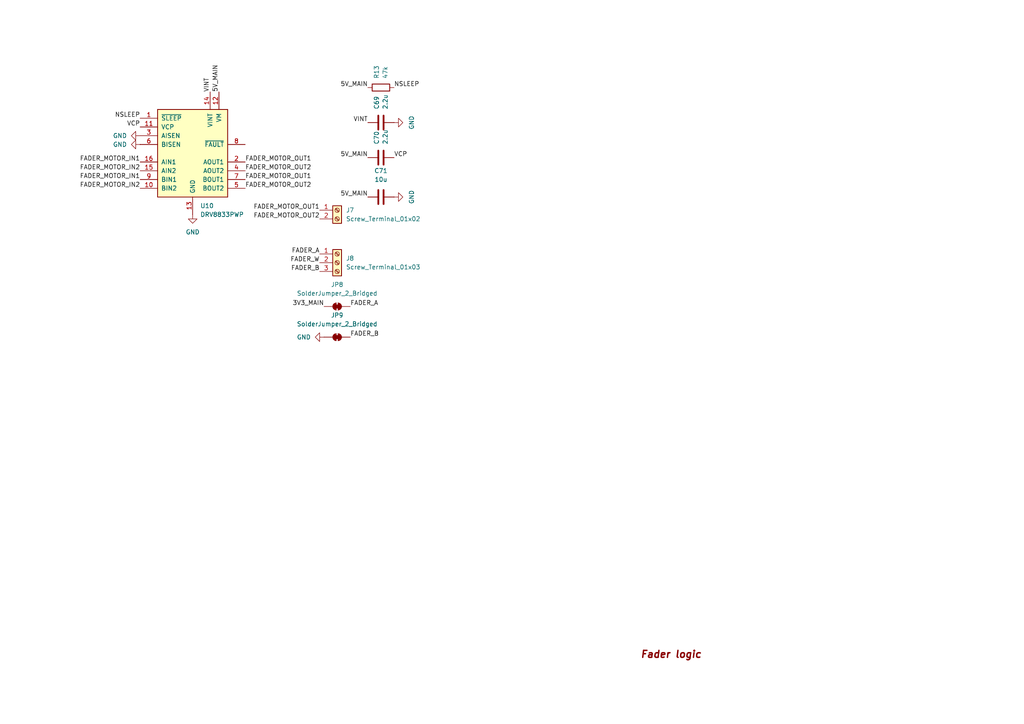
<source format=kicad_sch>
(kicad_sch
	(version 20231120)
	(generator "eeschema")
	(generator_version "8.0")
	(uuid "19f776a5-fc50-49d1-8327-a1769599e880")
	(paper "A4")
	(lib_symbols
		(symbol "Connector:Screw_Terminal_01x02"
			(pin_names
				(offset 1.016) hide)
			(exclude_from_sim no)
			(in_bom yes)
			(on_board yes)
			(property "Reference" "J"
				(at 0 2.54 0)
				(effects
					(font
						(size 1.27 1.27)
					)
				)
			)
			(property "Value" "Screw_Terminal_01x02"
				(at 0 -5.08 0)
				(effects
					(font
						(size 1.27 1.27)
					)
				)
			)
			(property "Footprint" ""
				(at 0 0 0)
				(effects
					(font
						(size 1.27 1.27)
					)
					(hide yes)
				)
			)
			(property "Datasheet" "~"
				(at 0 0 0)
				(effects
					(font
						(size 1.27 1.27)
					)
					(hide yes)
				)
			)
			(property "Description" "Generic screw terminal, single row, 01x02, script generated (kicad-library-utils/schlib/autogen/connector/)"
				(at 0 0 0)
				(effects
					(font
						(size 1.27 1.27)
					)
					(hide yes)
				)
			)
			(property "ki_keywords" "screw terminal"
				(at 0 0 0)
				(effects
					(font
						(size 1.27 1.27)
					)
					(hide yes)
				)
			)
			(property "ki_fp_filters" "TerminalBlock*:*"
				(at 0 0 0)
				(effects
					(font
						(size 1.27 1.27)
					)
					(hide yes)
				)
			)
			(symbol "Screw_Terminal_01x02_1_1"
				(rectangle
					(start -1.27 1.27)
					(end 1.27 -3.81)
					(stroke
						(width 0.254)
						(type default)
					)
					(fill
						(type background)
					)
				)
				(circle
					(center 0 -2.54)
					(radius 0.635)
					(stroke
						(width 0.1524)
						(type default)
					)
					(fill
						(type none)
					)
				)
				(polyline
					(pts
						(xy -0.5334 -2.2098) (xy 0.3302 -3.048)
					)
					(stroke
						(width 0.1524)
						(type default)
					)
					(fill
						(type none)
					)
				)
				(polyline
					(pts
						(xy -0.5334 0.3302) (xy 0.3302 -0.508)
					)
					(stroke
						(width 0.1524)
						(type default)
					)
					(fill
						(type none)
					)
				)
				(polyline
					(pts
						(xy -0.3556 -2.032) (xy 0.508 -2.8702)
					)
					(stroke
						(width 0.1524)
						(type default)
					)
					(fill
						(type none)
					)
				)
				(polyline
					(pts
						(xy -0.3556 0.508) (xy 0.508 -0.3302)
					)
					(stroke
						(width 0.1524)
						(type default)
					)
					(fill
						(type none)
					)
				)
				(circle
					(center 0 0)
					(radius 0.635)
					(stroke
						(width 0.1524)
						(type default)
					)
					(fill
						(type none)
					)
				)
				(pin passive line
					(at -5.08 0 0)
					(length 3.81)
					(name "Pin_1"
						(effects
							(font
								(size 1.27 1.27)
							)
						)
					)
					(number "1"
						(effects
							(font
								(size 1.27 1.27)
							)
						)
					)
				)
				(pin passive line
					(at -5.08 -2.54 0)
					(length 3.81)
					(name "Pin_2"
						(effects
							(font
								(size 1.27 1.27)
							)
						)
					)
					(number "2"
						(effects
							(font
								(size 1.27 1.27)
							)
						)
					)
				)
			)
		)
		(symbol "Connector:Screw_Terminal_01x03"
			(pin_names
				(offset 1.016) hide)
			(exclude_from_sim no)
			(in_bom yes)
			(on_board yes)
			(property "Reference" "J"
				(at 0 5.08 0)
				(effects
					(font
						(size 1.27 1.27)
					)
				)
			)
			(property "Value" "Screw_Terminal_01x03"
				(at 0 -5.08 0)
				(effects
					(font
						(size 1.27 1.27)
					)
				)
			)
			(property "Footprint" ""
				(at 0 0 0)
				(effects
					(font
						(size 1.27 1.27)
					)
					(hide yes)
				)
			)
			(property "Datasheet" "~"
				(at 0 0 0)
				(effects
					(font
						(size 1.27 1.27)
					)
					(hide yes)
				)
			)
			(property "Description" "Generic screw terminal, single row, 01x03, script generated (kicad-library-utils/schlib/autogen/connector/)"
				(at 0 0 0)
				(effects
					(font
						(size 1.27 1.27)
					)
					(hide yes)
				)
			)
			(property "ki_keywords" "screw terminal"
				(at 0 0 0)
				(effects
					(font
						(size 1.27 1.27)
					)
					(hide yes)
				)
			)
			(property "ki_fp_filters" "TerminalBlock*:*"
				(at 0 0 0)
				(effects
					(font
						(size 1.27 1.27)
					)
					(hide yes)
				)
			)
			(symbol "Screw_Terminal_01x03_1_1"
				(rectangle
					(start -1.27 3.81)
					(end 1.27 -3.81)
					(stroke
						(width 0.254)
						(type default)
					)
					(fill
						(type background)
					)
				)
				(circle
					(center 0 -2.54)
					(radius 0.635)
					(stroke
						(width 0.1524)
						(type default)
					)
					(fill
						(type none)
					)
				)
				(polyline
					(pts
						(xy -0.5334 -2.2098) (xy 0.3302 -3.048)
					)
					(stroke
						(width 0.1524)
						(type default)
					)
					(fill
						(type none)
					)
				)
				(polyline
					(pts
						(xy -0.5334 0.3302) (xy 0.3302 -0.508)
					)
					(stroke
						(width 0.1524)
						(type default)
					)
					(fill
						(type none)
					)
				)
				(polyline
					(pts
						(xy -0.5334 2.8702) (xy 0.3302 2.032)
					)
					(stroke
						(width 0.1524)
						(type default)
					)
					(fill
						(type none)
					)
				)
				(polyline
					(pts
						(xy -0.3556 -2.032) (xy 0.508 -2.8702)
					)
					(stroke
						(width 0.1524)
						(type default)
					)
					(fill
						(type none)
					)
				)
				(polyline
					(pts
						(xy -0.3556 0.508) (xy 0.508 -0.3302)
					)
					(stroke
						(width 0.1524)
						(type default)
					)
					(fill
						(type none)
					)
				)
				(polyline
					(pts
						(xy -0.3556 3.048) (xy 0.508 2.2098)
					)
					(stroke
						(width 0.1524)
						(type default)
					)
					(fill
						(type none)
					)
				)
				(circle
					(center 0 0)
					(radius 0.635)
					(stroke
						(width 0.1524)
						(type default)
					)
					(fill
						(type none)
					)
				)
				(circle
					(center 0 2.54)
					(radius 0.635)
					(stroke
						(width 0.1524)
						(type default)
					)
					(fill
						(type none)
					)
				)
				(pin passive line
					(at -5.08 2.54 0)
					(length 3.81)
					(name "Pin_1"
						(effects
							(font
								(size 1.27 1.27)
							)
						)
					)
					(number "1"
						(effects
							(font
								(size 1.27 1.27)
							)
						)
					)
				)
				(pin passive line
					(at -5.08 0 0)
					(length 3.81)
					(name "Pin_2"
						(effects
							(font
								(size 1.27 1.27)
							)
						)
					)
					(number "2"
						(effects
							(font
								(size 1.27 1.27)
							)
						)
					)
				)
				(pin passive line
					(at -5.08 -2.54 0)
					(length 3.81)
					(name "Pin_3"
						(effects
							(font
								(size 1.27 1.27)
							)
						)
					)
					(number "3"
						(effects
							(font
								(size 1.27 1.27)
							)
						)
					)
				)
			)
		)
		(symbol "Device:C"
			(pin_numbers hide)
			(pin_names
				(offset 0.254)
			)
			(exclude_from_sim no)
			(in_bom yes)
			(on_board yes)
			(property "Reference" "C"
				(at 0.635 2.54 0)
				(effects
					(font
						(size 1.27 1.27)
					)
					(justify left)
				)
			)
			(property "Value" "C"
				(at 0.635 -2.54 0)
				(effects
					(font
						(size 1.27 1.27)
					)
					(justify left)
				)
			)
			(property "Footprint" ""
				(at 0.9652 -3.81 0)
				(effects
					(font
						(size 1.27 1.27)
					)
					(hide yes)
				)
			)
			(property "Datasheet" "~"
				(at 0 0 0)
				(effects
					(font
						(size 1.27 1.27)
					)
					(hide yes)
				)
			)
			(property "Description" "Unpolarized capacitor"
				(at 0 0 0)
				(effects
					(font
						(size 1.27 1.27)
					)
					(hide yes)
				)
			)
			(property "ki_keywords" "cap capacitor"
				(at 0 0 0)
				(effects
					(font
						(size 1.27 1.27)
					)
					(hide yes)
				)
			)
			(property "ki_fp_filters" "C_*"
				(at 0 0 0)
				(effects
					(font
						(size 1.27 1.27)
					)
					(hide yes)
				)
			)
			(symbol "C_0_1"
				(polyline
					(pts
						(xy -2.032 -0.762) (xy 2.032 -0.762)
					)
					(stroke
						(width 0.508)
						(type default)
					)
					(fill
						(type none)
					)
				)
				(polyline
					(pts
						(xy -2.032 0.762) (xy 2.032 0.762)
					)
					(stroke
						(width 0.508)
						(type default)
					)
					(fill
						(type none)
					)
				)
			)
			(symbol "C_1_1"
				(pin passive line
					(at 0 3.81 270)
					(length 2.794)
					(name "~"
						(effects
							(font
								(size 1.27 1.27)
							)
						)
					)
					(number "1"
						(effects
							(font
								(size 1.27 1.27)
							)
						)
					)
				)
				(pin passive line
					(at 0 -3.81 90)
					(length 2.794)
					(name "~"
						(effects
							(font
								(size 1.27 1.27)
							)
						)
					)
					(number "2"
						(effects
							(font
								(size 1.27 1.27)
							)
						)
					)
				)
			)
		)
		(symbol "Device:R"
			(pin_numbers hide)
			(pin_names
				(offset 0)
			)
			(exclude_from_sim no)
			(in_bom yes)
			(on_board yes)
			(property "Reference" "R"
				(at 2.032 0 90)
				(effects
					(font
						(size 1.27 1.27)
					)
				)
			)
			(property "Value" "R"
				(at 0 0 90)
				(effects
					(font
						(size 1.27 1.27)
					)
				)
			)
			(property "Footprint" ""
				(at -1.778 0 90)
				(effects
					(font
						(size 1.27 1.27)
					)
					(hide yes)
				)
			)
			(property "Datasheet" "~"
				(at 0 0 0)
				(effects
					(font
						(size 1.27 1.27)
					)
					(hide yes)
				)
			)
			(property "Description" "Resistor"
				(at 0 0 0)
				(effects
					(font
						(size 1.27 1.27)
					)
					(hide yes)
				)
			)
			(property "ki_keywords" "R res resistor"
				(at 0 0 0)
				(effects
					(font
						(size 1.27 1.27)
					)
					(hide yes)
				)
			)
			(property "ki_fp_filters" "R_*"
				(at 0 0 0)
				(effects
					(font
						(size 1.27 1.27)
					)
					(hide yes)
				)
			)
			(symbol "R_0_1"
				(rectangle
					(start -1.016 -2.54)
					(end 1.016 2.54)
					(stroke
						(width 0.254)
						(type default)
					)
					(fill
						(type none)
					)
				)
			)
			(symbol "R_1_1"
				(pin passive line
					(at 0 3.81 270)
					(length 1.27)
					(name "~"
						(effects
							(font
								(size 1.27 1.27)
							)
						)
					)
					(number "1"
						(effects
							(font
								(size 1.27 1.27)
							)
						)
					)
				)
				(pin passive line
					(at 0 -3.81 90)
					(length 1.27)
					(name "~"
						(effects
							(font
								(size 1.27 1.27)
							)
						)
					)
					(number "2"
						(effects
							(font
								(size 1.27 1.27)
							)
						)
					)
				)
			)
		)
		(symbol "Driver_Motor:DRV8833PWP"
			(pin_names
				(offset 1.016)
			)
			(exclude_from_sim no)
			(in_bom yes)
			(on_board yes)
			(property "Reference" "U"
				(at -3.81 16.51 0)
				(effects
					(font
						(size 1.27 1.27)
					)
				)
			)
			(property "Value" "DRV8833PWP"
				(at -3.81 13.97 0)
				(effects
					(font
						(size 1.27 1.27)
					)
				)
			)
			(property "Footprint" "Package_SO:HTSSOP-16-1EP_4.4x5mm_P0.65mm_EP3.4x5mm_Mask2.46x2.31mm_ThermalVias"
				(at 5.08 -15.24 0)
				(effects
					(font
						(size 1.27 1.27)
					)
					(justify left)
					(hide yes)
				)
			)
			(property "Datasheet" "http://www.ti.com/lit/ds/symlink/drv8833.pdf"
				(at 5.08 -17.78 0)
				(effects
					(font
						(size 1.27 1.27)
					)
					(justify left)
					(hide yes)
				)
			)
			(property "Description" "Dual H-Bridge Motor Driver, HTSSOP-16"
				(at 0 0 0)
				(effects
					(font
						(size 1.27 1.27)
					)
					(hide yes)
				)
			)
			(property "ki_keywords" "H-bridge motor driver"
				(at 0 0 0)
				(effects
					(font
						(size 1.27 1.27)
					)
					(hide yes)
				)
			)
			(property "ki_fp_filters" "HTSSOP-16-1EP*4.4x5mm*P0.65mm*"
				(at 0 0 0)
				(effects
					(font
						(size 1.27 1.27)
					)
					(hide yes)
				)
			)
			(symbol "DRV8833PWP_0_1"
				(rectangle
					(start -10.16 12.7)
					(end 10.16 -12.7)
					(stroke
						(width 0.254)
						(type default)
					)
					(fill
						(type background)
					)
				)
			)
			(symbol "DRV8833PWP_1_1"
				(pin input line
					(at -15.24 10.16 0)
					(length 5.08)
					(name "~{SLEEP}"
						(effects
							(font
								(size 1.27 1.27)
							)
						)
					)
					(number "1"
						(effects
							(font
								(size 1.27 1.27)
							)
						)
					)
				)
				(pin input line
					(at -15.24 -10.16 0)
					(length 5.08)
					(name "BIN2"
						(effects
							(font
								(size 1.27 1.27)
							)
						)
					)
					(number "10"
						(effects
							(font
								(size 1.27 1.27)
							)
						)
					)
				)
				(pin bidirectional line
					(at -15.24 7.62 0)
					(length 5.08)
					(name "VCP"
						(effects
							(font
								(size 1.27 1.27)
							)
						)
					)
					(number "11"
						(effects
							(font
								(size 1.27 1.27)
							)
						)
					)
				)
				(pin power_in line
					(at 7.62 17.78 270)
					(length 5.08)
					(name "VM"
						(effects
							(font
								(size 1.27 1.27)
							)
						)
					)
					(number "12"
						(effects
							(font
								(size 1.27 1.27)
							)
						)
					)
				)
				(pin power_in line
					(at 0 -17.78 90)
					(length 5.08)
					(name "GND"
						(effects
							(font
								(size 1.27 1.27)
							)
						)
					)
					(number "13"
						(effects
							(font
								(size 1.27 1.27)
							)
						)
					)
				)
				(pin power_in line
					(at 5.08 17.78 270)
					(length 5.08)
					(name "VINT"
						(effects
							(font
								(size 1.27 1.27)
							)
						)
					)
					(number "14"
						(effects
							(font
								(size 1.27 1.27)
							)
						)
					)
				)
				(pin input line
					(at -15.24 -5.08 0)
					(length 5.08)
					(name "AIN2"
						(effects
							(font
								(size 1.27 1.27)
							)
						)
					)
					(number "15"
						(effects
							(font
								(size 1.27 1.27)
							)
						)
					)
				)
				(pin input line
					(at -15.24 -2.54 0)
					(length 5.08)
					(name "AIN1"
						(effects
							(font
								(size 1.27 1.27)
							)
						)
					)
					(number "16"
						(effects
							(font
								(size 1.27 1.27)
							)
						)
					)
				)
				(pin passive line
					(at 0 -17.78 90)
					(length 5.08) hide
					(name "GND"
						(effects
							(font
								(size 1.27 1.27)
							)
						)
					)
					(number "17"
						(effects
							(font
								(size 1.27 1.27)
							)
						)
					)
				)
				(pin power_out line
					(at 15.24 -2.54 180)
					(length 5.08)
					(name "AOUT1"
						(effects
							(font
								(size 1.27 1.27)
							)
						)
					)
					(number "2"
						(effects
							(font
								(size 1.27 1.27)
							)
						)
					)
				)
				(pin bidirectional line
					(at -15.24 5.08 0)
					(length 5.08)
					(name "AISEN"
						(effects
							(font
								(size 1.27 1.27)
							)
						)
					)
					(number "3"
						(effects
							(font
								(size 1.27 1.27)
							)
						)
					)
				)
				(pin power_out line
					(at 15.24 -5.08 180)
					(length 5.08)
					(name "AOUT2"
						(effects
							(font
								(size 1.27 1.27)
							)
						)
					)
					(number "4"
						(effects
							(font
								(size 1.27 1.27)
							)
						)
					)
				)
				(pin power_out line
					(at 15.24 -10.16 180)
					(length 5.08)
					(name "BOUT2"
						(effects
							(font
								(size 1.27 1.27)
							)
						)
					)
					(number "5"
						(effects
							(font
								(size 1.27 1.27)
							)
						)
					)
				)
				(pin bidirectional line
					(at -15.24 2.54 0)
					(length 5.08)
					(name "BISEN"
						(effects
							(font
								(size 1.27 1.27)
							)
						)
					)
					(number "6"
						(effects
							(font
								(size 1.27 1.27)
							)
						)
					)
				)
				(pin power_out line
					(at 15.24 -7.62 180)
					(length 5.08)
					(name "BOUT1"
						(effects
							(font
								(size 1.27 1.27)
							)
						)
					)
					(number "7"
						(effects
							(font
								(size 1.27 1.27)
							)
						)
					)
				)
				(pin open_collector line
					(at 15.24 2.54 180)
					(length 5.08)
					(name "~{FAULT}"
						(effects
							(font
								(size 1.27 1.27)
							)
						)
					)
					(number "8"
						(effects
							(font
								(size 1.27 1.27)
							)
						)
					)
				)
				(pin input line
					(at -15.24 -7.62 0)
					(length 5.08)
					(name "BIN1"
						(effects
							(font
								(size 1.27 1.27)
							)
						)
					)
					(number "9"
						(effects
							(font
								(size 1.27 1.27)
							)
						)
					)
				)
			)
		)
		(symbol "Jumper:SolderJumper_2_Bridged"
			(pin_numbers hide)
			(pin_names
				(offset 0) hide)
			(exclude_from_sim yes)
			(in_bom no)
			(on_board yes)
			(property "Reference" "JP"
				(at 0 2.032 0)
				(effects
					(font
						(size 1.27 1.27)
					)
				)
			)
			(property "Value" "SolderJumper_2_Bridged"
				(at 0 -2.54 0)
				(effects
					(font
						(size 1.27 1.27)
					)
				)
			)
			(property "Footprint" ""
				(at 0 0 0)
				(effects
					(font
						(size 1.27 1.27)
					)
					(hide yes)
				)
			)
			(property "Datasheet" "~"
				(at 0 0 0)
				(effects
					(font
						(size 1.27 1.27)
					)
					(hide yes)
				)
			)
			(property "Description" "Solder Jumper, 2-pole, closed/bridged"
				(at 0 0 0)
				(effects
					(font
						(size 1.27 1.27)
					)
					(hide yes)
				)
			)
			(property "ki_keywords" "solder jumper SPST"
				(at 0 0 0)
				(effects
					(font
						(size 1.27 1.27)
					)
					(hide yes)
				)
			)
			(property "ki_fp_filters" "SolderJumper*Bridged*"
				(at 0 0 0)
				(effects
					(font
						(size 1.27 1.27)
					)
					(hide yes)
				)
			)
			(symbol "SolderJumper_2_Bridged_0_1"
				(rectangle
					(start -0.508 0.508)
					(end 0.508 -0.508)
					(stroke
						(width 0)
						(type default)
					)
					(fill
						(type outline)
					)
				)
				(arc
					(start -0.254 1.016)
					(mid -1.2656 0)
					(end -0.254 -1.016)
					(stroke
						(width 0)
						(type default)
					)
					(fill
						(type none)
					)
				)
				(arc
					(start -0.254 1.016)
					(mid -1.2656 0)
					(end -0.254 -1.016)
					(stroke
						(width 0)
						(type default)
					)
					(fill
						(type outline)
					)
				)
				(polyline
					(pts
						(xy -0.254 1.016) (xy -0.254 -1.016)
					)
					(stroke
						(width 0)
						(type default)
					)
					(fill
						(type none)
					)
				)
				(polyline
					(pts
						(xy 0.254 1.016) (xy 0.254 -1.016)
					)
					(stroke
						(width 0)
						(type default)
					)
					(fill
						(type none)
					)
				)
				(arc
					(start 0.254 -1.016)
					(mid 1.2656 0)
					(end 0.254 1.016)
					(stroke
						(width 0)
						(type default)
					)
					(fill
						(type none)
					)
				)
				(arc
					(start 0.254 -1.016)
					(mid 1.2656 0)
					(end 0.254 1.016)
					(stroke
						(width 0)
						(type default)
					)
					(fill
						(type outline)
					)
				)
			)
			(symbol "SolderJumper_2_Bridged_1_1"
				(pin passive line
					(at -3.81 0 0)
					(length 2.54)
					(name "A"
						(effects
							(font
								(size 1.27 1.27)
							)
						)
					)
					(number "1"
						(effects
							(font
								(size 1.27 1.27)
							)
						)
					)
				)
				(pin passive line
					(at 3.81 0 180)
					(length 2.54)
					(name "B"
						(effects
							(font
								(size 1.27 1.27)
							)
						)
					)
					(number "2"
						(effects
							(font
								(size 1.27 1.27)
							)
						)
					)
				)
			)
		)
		(symbol "power:GND"
			(power)
			(pin_numbers hide)
			(pin_names
				(offset 0) hide)
			(exclude_from_sim no)
			(in_bom yes)
			(on_board yes)
			(property "Reference" "#PWR"
				(at 0 -6.35 0)
				(effects
					(font
						(size 1.27 1.27)
					)
					(hide yes)
				)
			)
			(property "Value" "GND"
				(at 0 -3.81 0)
				(effects
					(font
						(size 1.27 1.27)
					)
				)
			)
			(property "Footprint" ""
				(at 0 0 0)
				(effects
					(font
						(size 1.27 1.27)
					)
					(hide yes)
				)
			)
			(property "Datasheet" ""
				(at 0 0 0)
				(effects
					(font
						(size 1.27 1.27)
					)
					(hide yes)
				)
			)
			(property "Description" "Power symbol creates a global label with name \"GND\" , ground"
				(at 0 0 0)
				(effects
					(font
						(size 1.27 1.27)
					)
					(hide yes)
				)
			)
			(property "ki_keywords" "global power"
				(at 0 0 0)
				(effects
					(font
						(size 1.27 1.27)
					)
					(hide yes)
				)
			)
			(symbol "GND_0_1"
				(polyline
					(pts
						(xy 0 0) (xy 0 -1.27) (xy 1.27 -1.27) (xy 0 -2.54) (xy -1.27 -1.27) (xy 0 -1.27)
					)
					(stroke
						(width 0)
						(type default)
					)
					(fill
						(type none)
					)
				)
			)
			(symbol "GND_1_1"
				(pin power_in line
					(at 0 0 270)
					(length 0)
					(name "~"
						(effects
							(font
								(size 1.27 1.27)
							)
						)
					)
					(number "1"
						(effects
							(font
								(size 1.27 1.27)
							)
						)
					)
				)
			)
		)
	)
	(text "Fader logic"
		(exclude_from_sim no)
		(at 185.674 189.992 0)
		(effects
			(font
				(size 2.032 2.032)
				(thickness 0.4064)
				(bold yes)
				(italic yes)
				(color 132 0 0 1)
			)
			(justify left)
		)
		(uuid "4c654837-1007-4a6f-83aa-6aa8f106a88d")
	)
	(label "VCP"
		(at 114.3 45.72 0)
		(fields_autoplaced yes)
		(effects
			(font
				(size 1.27 1.27)
			)
			(justify left bottom)
		)
		(uuid "1d146d9a-4cb5-42c8-8821-bee47086001f")
	)
	(label "VINT"
		(at 60.96 26.67 90)
		(fields_autoplaced yes)
		(effects
			(font
				(size 1.27 1.27)
			)
			(justify left bottom)
		)
		(uuid "24aa721a-75ed-46cc-b6e2-b676ae05c4de")
	)
	(label "NSLEEP"
		(at 114.3 25.4 0)
		(fields_autoplaced yes)
		(effects
			(font
				(size 1.27 1.27)
			)
			(justify left bottom)
		)
		(uuid "26aa409a-f3f2-4946-b4f5-b71f2d86617f")
	)
	(label "FADER_W"
		(at 92.71 76.2 180)
		(fields_autoplaced yes)
		(effects
			(font
				(size 1.27 1.27)
			)
			(justify right bottom)
		)
		(uuid "27629759-fba4-456e-9e04-9e2384d69185")
	)
	(label "FADER_A"
		(at 101.6 88.9 0)
		(fields_autoplaced yes)
		(effects
			(font
				(size 1.27 1.27)
			)
			(justify left bottom)
		)
		(uuid "30cb29b9-8540-4887-ac44-2798301a4bcb")
	)
	(label "FADER_B"
		(at 101.6 97.79 0)
		(fields_autoplaced yes)
		(effects
			(font
				(size 1.27 1.27)
			)
			(justify left bottom)
		)
		(uuid "3cef621c-c6ca-40bf-b954-4bf065bca9c7")
	)
	(label "5V_MAIN"
		(at 106.68 57.15 180)
		(fields_autoplaced yes)
		(effects
			(font
				(size 1.27 1.27)
			)
			(justify right bottom)
		)
		(uuid "3e5d0c06-eda0-45c1-9b9b-d252ce288266")
	)
	(label "FADER_MOTOR_OUT1"
		(at 92.71 60.96 180)
		(fields_autoplaced yes)
		(effects
			(font
				(size 1.27 1.27)
			)
			(justify right bottom)
		)
		(uuid "3ed33dac-ec3b-4822-86cb-1c264331434f")
	)
	(label "5V_MAIN"
		(at 63.5 26.67 90)
		(fields_autoplaced yes)
		(effects
			(font
				(size 1.27 1.27)
			)
			(justify left bottom)
		)
		(uuid "3faf00cc-a66c-43f8-a97d-380859f71258")
	)
	(label "FADER_MOTOR_OUT2"
		(at 92.71 63.5 180)
		(fields_autoplaced yes)
		(effects
			(font
				(size 1.27 1.27)
			)
			(justify right bottom)
		)
		(uuid "4ad42b89-8e1a-476f-8d75-f1b8cf69c262")
	)
	(label "FADER_B"
		(at 92.71 78.74 180)
		(fields_autoplaced yes)
		(effects
			(font
				(size 1.27 1.27)
			)
			(justify right bottom)
		)
		(uuid "4f8e95a0-bdf7-4a67-9f04-8790759a4a0f")
	)
	(label "FADER_MOTOR_IN1"
		(at 40.64 52.07 180)
		(fields_autoplaced yes)
		(effects
			(font
				(size 1.27 1.27)
			)
			(justify right bottom)
		)
		(uuid "5883dabc-cccf-4b62-9277-12688bc29df6")
	)
	(label "VCP"
		(at 40.64 36.83 180)
		(fields_autoplaced yes)
		(effects
			(font
				(size 1.27 1.27)
			)
			(justify right bottom)
		)
		(uuid "77f48ff5-b5cb-4da3-9340-c164b1324a34")
	)
	(label "FADER_MOTOR_OUT2"
		(at 71.12 54.61 0)
		(fields_autoplaced yes)
		(effects
			(font
				(size 1.27 1.27)
			)
			(justify left bottom)
		)
		(uuid "7eb0e41c-2db4-4ed5-afe6-5322b7daecb4")
	)
	(label "3V3_MAIN"
		(at 93.98 88.9 180)
		(fields_autoplaced yes)
		(effects
			(font
				(size 1.27 1.27)
			)
			(justify right bottom)
		)
		(uuid "873ac44c-42b4-45b7-aa79-2dfd89229c00")
	)
	(label "5V_MAIN"
		(at 106.68 25.4 180)
		(fields_autoplaced yes)
		(effects
			(font
				(size 1.27 1.27)
			)
			(justify right bottom)
		)
		(uuid "94a332ff-e211-46f5-a7b5-cc4822a1d38e")
	)
	(label "5V_MAIN"
		(at 106.68 45.72 180)
		(fields_autoplaced yes)
		(effects
			(font
				(size 1.27 1.27)
			)
			(justify right bottom)
		)
		(uuid "b3ca39e0-641e-40f4-adb4-30c70a5f6d3f")
	)
	(label "FADER_A"
		(at 92.71 73.66 180)
		(fields_autoplaced yes)
		(effects
			(font
				(size 1.27 1.27)
			)
			(justify right bottom)
		)
		(uuid "b7a5c8a4-b511-4504-b708-1f56cadb0223")
	)
	(label "FADER_MOTOR_IN2"
		(at 40.64 54.61 180)
		(fields_autoplaced yes)
		(effects
			(font
				(size 1.27 1.27)
			)
			(justify right bottom)
		)
		(uuid "cd41d9cd-8967-4828-bb97-8eb35beb7db4")
	)
	(label "FADER_MOTOR_IN2"
		(at 40.64 49.53 180)
		(fields_autoplaced yes)
		(effects
			(font
				(size 1.27 1.27)
			)
			(justify right bottom)
		)
		(uuid "d23039c6-a647-4d32-a0ab-0dfd234b3858")
	)
	(label "FADER_MOTOR_OUT1"
		(at 71.12 46.99 0)
		(fields_autoplaced yes)
		(effects
			(font
				(size 1.27 1.27)
			)
			(justify left bottom)
		)
		(uuid "e26585fc-0af7-47e7-a0ee-a9aa6377c943")
	)
	(label "VINT"
		(at 106.68 35.56 180)
		(fields_autoplaced yes)
		(effects
			(font
				(size 1.27 1.27)
			)
			(justify right bottom)
		)
		(uuid "e3227472-4ce5-4944-9ba1-a1911b98cfbe")
	)
	(label "FADER_MOTOR_OUT1"
		(at 71.12 52.07 0)
		(fields_autoplaced yes)
		(effects
			(font
				(size 1.27 1.27)
			)
			(justify left bottom)
		)
		(uuid "ec5c0346-d35f-46bd-a473-a4fef0aab54b")
	)
	(label "NSLEEP"
		(at 40.64 34.29 180)
		(fields_autoplaced yes)
		(effects
			(font
				(size 1.27 1.27)
			)
			(justify right bottom)
		)
		(uuid "ecc3eb64-8207-49c9-a42e-c7a1af2b06d9")
	)
	(label "FADER_MOTOR_OUT2"
		(at 71.12 49.53 0)
		(fields_autoplaced yes)
		(effects
			(font
				(size 1.27 1.27)
			)
			(justify left bottom)
		)
		(uuid "f092cd6b-fd71-40d7-a55d-3b5ec656f0c9")
	)
	(label "FADER_MOTOR_IN1"
		(at 40.64 46.99 180)
		(fields_autoplaced yes)
		(effects
			(font
				(size 1.27 1.27)
			)
			(justify right bottom)
		)
		(uuid "f5f3556d-8a5f-402e-84ab-bad52da747d2")
	)
	(symbol
		(lib_id "Driver_Motor:DRV8833PWP")
		(at 55.88 44.45 0)
		(unit 1)
		(exclude_from_sim no)
		(in_bom yes)
		(on_board yes)
		(dnp no)
		(fields_autoplaced yes)
		(uuid "040019b3-5bd0-4c26-a2bc-a038168b710d")
		(property "Reference" "U10"
			(at 58.0741 59.69 0)
			(effects
				(font
					(size 1.27 1.27)
				)
				(justify left)
			)
		)
		(property "Value" "DRV8833PWP"
			(at 58.0741 62.23 0)
			(effects
				(font
					(size 1.27 1.27)
				)
				(justify left)
			)
		)
		(property "Footprint" "Package_SO:HTSSOP-16-1EP_4.4x5mm_P0.65mm_EP3.4x5mm_Mask2.46x2.31mm_ThermalVias"
			(at 60.96 59.69 0)
			(effects
				(font
					(size 1.27 1.27)
				)
				(justify left)
				(hide yes)
			)
		)
		(property "Datasheet" "http://www.ti.com/lit/ds/symlink/drv8833.pdf"
			(at 60.96 62.23 0)
			(effects
				(font
					(size 1.27 1.27)
				)
				(justify left)
				(hide yes)
			)
		)
		(property "Description" "Dual H-Bridge Motor Driver, HTSSOP-16"
			(at 55.88 44.45 0)
			(effects
				(font
					(size 1.27 1.27)
				)
				(hide yes)
			)
		)
		(pin "4"
			(uuid "3ddaa342-c699-40c6-83db-9cc4c83eb4c8")
		)
		(pin "7"
			(uuid "231d9004-be00-42ff-bda6-e720467f226e")
		)
		(pin "14"
			(uuid "8a396de2-779f-4d3b-adf9-381ab78aa063")
		)
		(pin "8"
			(uuid "1bfec6ef-0186-4a0a-a69c-03323b651905")
		)
		(pin "5"
			(uuid "8a7a435e-6e7d-4454-bb56-bd1556b0e692")
		)
		(pin "6"
			(uuid "3f80899e-45c0-4107-83e7-55a7dadec116")
		)
		(pin "12"
			(uuid "ab9fb13f-5406-48c6-a4ce-e4ab24fc7a49")
		)
		(pin "13"
			(uuid "3cf93131-15fa-47c6-99b4-a5ca38a6cf48")
		)
		(pin "3"
			(uuid "986a8fa6-59e4-416e-bff0-6d12845fdabd")
		)
		(pin "10"
			(uuid "e21f0662-e5b8-4ff3-a3f4-4f61ee209051")
		)
		(pin "15"
			(uuid "f7816c1e-a75e-42b8-8894-6b0d666a05d8")
		)
		(pin "2"
			(uuid "06db7d57-f129-4685-b66a-764b0aa45822")
		)
		(pin "1"
			(uuid "f59b0727-9868-491c-bcb6-a2282eaa4805")
		)
		(pin "17"
			(uuid "92ca0854-6925-44d1-a33d-8c4210c06c1c")
		)
		(pin "11"
			(uuid "ff4fead5-08bd-4932-ad07-f9a86f5fecc3")
		)
		(pin "16"
			(uuid "b92be494-8b08-4070-bc54-f4e675b05c87")
		)
		(pin "9"
			(uuid "9f468be5-9d3f-4bd7-854d-b8731f4c88c9")
		)
		(instances
			(project "ModuMixer X16"
				(path "/1d80c8ed-e175-4f30-b143-8bf97252529d/9cb4a910-e6cc-4057-93b6-8f2942eae9a7"
					(reference "U10")
					(unit 1)
				)
			)
		)
	)
	(symbol
		(lib_id "power:GND")
		(at 55.88 62.23 0)
		(unit 1)
		(exclude_from_sim no)
		(in_bom yes)
		(on_board yes)
		(dnp no)
		(fields_autoplaced yes)
		(uuid "26714748-40d0-4947-b2df-f4c7ffae53da")
		(property "Reference" "#PWR097"
			(at 55.88 68.58 0)
			(effects
				(font
					(size 1.27 1.27)
				)
				(hide yes)
			)
		)
		(property "Value" "GND"
			(at 55.88 67.31 0)
			(effects
				(font
					(size 1.27 1.27)
				)
			)
		)
		(property "Footprint" ""
			(at 55.88 62.23 0)
			(effects
				(font
					(size 1.27 1.27)
				)
				(hide yes)
			)
		)
		(property "Datasheet" ""
			(at 55.88 62.23 0)
			(effects
				(font
					(size 1.27 1.27)
				)
				(hide yes)
			)
		)
		(property "Description" "Power symbol creates a global label with name \"GND\" , ground"
			(at 55.88 62.23 0)
			(effects
				(font
					(size 1.27 1.27)
				)
				(hide yes)
			)
		)
		(pin "1"
			(uuid "a5bebacf-1027-4feb-9899-d5410915a39f")
		)
		(instances
			(project "ModuMixer X16"
				(path "/1d80c8ed-e175-4f30-b143-8bf97252529d/9cb4a910-e6cc-4057-93b6-8f2942eae9a7"
					(reference "#PWR097")
					(unit 1)
				)
			)
		)
	)
	(symbol
		(lib_id "Device:R")
		(at 110.49 25.4 90)
		(unit 1)
		(exclude_from_sim no)
		(in_bom yes)
		(on_board yes)
		(dnp no)
		(fields_autoplaced yes)
		(uuid "26d356b6-2a04-43b3-9227-6ec5c8847795")
		(property "Reference" "R13"
			(at 109.2199 22.86 0)
			(effects
				(font
					(size 1.27 1.27)
				)
				(justify left)
			)
		)
		(property "Value" "47k"
			(at 111.7599 22.86 0)
			(effects
				(font
					(size 1.27 1.27)
				)
				(justify left)
			)
		)
		(property "Footprint" "Resistor_SMD:R_0603_1608Metric"
			(at 110.49 27.178 90)
			(effects
				(font
					(size 1.27 1.27)
				)
				(hide yes)
			)
		)
		(property "Datasheet" "~"
			(at 110.49 25.4 0)
			(effects
				(font
					(size 1.27 1.27)
				)
				(hide yes)
			)
		)
		(property "Description" "Resistor"
			(at 110.49 25.4 0)
			(effects
				(font
					(size 1.27 1.27)
				)
				(hide yes)
			)
		)
		(pin "1"
			(uuid "6d0f31df-bbf0-4c34-bb3d-9f2ba064fd7b")
		)
		(pin "2"
			(uuid "39440712-f395-465f-8bf6-151f3c3f3000")
		)
		(instances
			(project "ModuMixer X16"
				(path "/1d80c8ed-e175-4f30-b143-8bf97252529d/9cb4a910-e6cc-4057-93b6-8f2942eae9a7"
					(reference "R13")
					(unit 1)
				)
			)
		)
	)
	(symbol
		(lib_id "Device:C")
		(at 110.49 45.72 90)
		(unit 1)
		(exclude_from_sim no)
		(in_bom yes)
		(on_board yes)
		(dnp no)
		(fields_autoplaced yes)
		(uuid "3c3e2e46-34c1-4f81-8cee-74546e35ca85")
		(property "Reference" "C70"
			(at 109.2199 41.91 0)
			(effects
				(font
					(size 1.27 1.27)
				)
				(justify left)
			)
		)
		(property "Value" "2.2u"
			(at 111.7599 41.91 0)
			(effects
				(font
					(size 1.27 1.27)
				)
				(justify left)
			)
		)
		(property "Footprint" "Capacitor_SMD:C_0603_1608Metric"
			(at 114.3 44.7548 0)
			(effects
				(font
					(size 1.27 1.27)
				)
				(hide yes)
			)
		)
		(property "Datasheet" "~"
			(at 110.49 45.72 0)
			(effects
				(font
					(size 1.27 1.27)
				)
				(hide yes)
			)
		)
		(property "Description" "Unpolarized capacitor"
			(at 110.49 45.72 0)
			(effects
				(font
					(size 1.27 1.27)
				)
				(hide yes)
			)
		)
		(pin "2"
			(uuid "2e8a03b4-bd6a-4398-9e9a-93e240c822bc")
		)
		(pin "1"
			(uuid "fb1721d4-4558-4995-bf39-9cd0da70f384")
		)
		(instances
			(project "ModuMixer X16"
				(path "/1d80c8ed-e175-4f30-b143-8bf97252529d/9cb4a910-e6cc-4057-93b6-8f2942eae9a7"
					(reference "C70")
					(unit 1)
				)
			)
		)
	)
	(symbol
		(lib_id "Jumper:SolderJumper_2_Bridged")
		(at 97.79 88.9 0)
		(unit 1)
		(exclude_from_sim yes)
		(in_bom no)
		(on_board yes)
		(dnp no)
		(fields_autoplaced yes)
		(uuid "4a39b650-2b13-4009-bf44-525b01f67ded")
		(property "Reference" "JP8"
			(at 97.79 82.55 0)
			(effects
				(font
					(size 1.27 1.27)
				)
			)
		)
		(property "Value" "SolderJumper_2_Bridged"
			(at 97.79 85.09 0)
			(effects
				(font
					(size 1.27 1.27)
				)
			)
		)
		(property "Footprint" "Jumper:SolderJumper-2_P1.3mm_Bridged2Bar_Pad1.0x1.5mm"
			(at 97.79 88.9 0)
			(effects
				(font
					(size 1.27 1.27)
				)
				(hide yes)
			)
		)
		(property "Datasheet" "~"
			(at 97.79 88.9 0)
			(effects
				(font
					(size 1.27 1.27)
				)
				(hide yes)
			)
		)
		(property "Description" "Solder Jumper, 2-pole, closed/bridged"
			(at 97.79 88.9 0)
			(effects
				(font
					(size 1.27 1.27)
				)
				(hide yes)
			)
		)
		(pin "1"
			(uuid "2bb1f097-49a2-41ea-aaad-15b8ff422fdf")
		)
		(pin "2"
			(uuid "73da2347-fdb7-49cb-bff9-decab24b3f68")
		)
		(instances
			(project "ModuMixer X16"
				(path "/1d80c8ed-e175-4f30-b143-8bf97252529d/9cb4a910-e6cc-4057-93b6-8f2942eae9a7"
					(reference "JP8")
					(unit 1)
				)
			)
		)
	)
	(symbol
		(lib_id "power:GND")
		(at 93.98 97.79 270)
		(unit 1)
		(exclude_from_sim no)
		(in_bom yes)
		(on_board yes)
		(dnp no)
		(fields_autoplaced yes)
		(uuid "57ad4311-5c88-4be7-8d00-87616a0f6780")
		(property "Reference" "#PWR098"
			(at 87.63 97.79 0)
			(effects
				(font
					(size 1.27 1.27)
				)
				(hide yes)
			)
		)
		(property "Value" "GND"
			(at 90.17 97.7899 90)
			(effects
				(font
					(size 1.27 1.27)
				)
				(justify right)
			)
		)
		(property "Footprint" ""
			(at 93.98 97.79 0)
			(effects
				(font
					(size 1.27 1.27)
				)
				(hide yes)
			)
		)
		(property "Datasheet" ""
			(at 93.98 97.79 0)
			(effects
				(font
					(size 1.27 1.27)
				)
				(hide yes)
			)
		)
		(property "Description" "Power symbol creates a global label with name \"GND\" , ground"
			(at 93.98 97.79 0)
			(effects
				(font
					(size 1.27 1.27)
				)
				(hide yes)
			)
		)
		(pin "1"
			(uuid "21f03c0a-b51a-46d4-9b8b-acd7d2f51780")
		)
		(instances
			(project "ModuMixer X16"
				(path "/1d80c8ed-e175-4f30-b143-8bf97252529d/9cb4a910-e6cc-4057-93b6-8f2942eae9a7"
					(reference "#PWR098")
					(unit 1)
				)
			)
		)
	)
	(symbol
		(lib_id "Device:C")
		(at 110.49 35.56 90)
		(unit 1)
		(exclude_from_sim no)
		(in_bom yes)
		(on_board yes)
		(dnp no)
		(fields_autoplaced yes)
		(uuid "74d15b13-57ea-4eb0-8f7c-a058d1060700")
		(property "Reference" "C69"
			(at 109.2199 31.75 0)
			(effects
				(font
					(size 1.27 1.27)
				)
				(justify left)
			)
		)
		(property "Value" "2.2u"
			(at 111.7599 31.75 0)
			(effects
				(font
					(size 1.27 1.27)
				)
				(justify left)
			)
		)
		(property "Footprint" "Capacitor_SMD:C_0603_1608Metric"
			(at 114.3 34.5948 0)
			(effects
				(font
					(size 1.27 1.27)
				)
				(hide yes)
			)
		)
		(property "Datasheet" "~"
			(at 110.49 35.56 0)
			(effects
				(font
					(size 1.27 1.27)
				)
				(hide yes)
			)
		)
		(property "Description" "Unpolarized capacitor"
			(at 110.49 35.56 0)
			(effects
				(font
					(size 1.27 1.27)
				)
				(hide yes)
			)
		)
		(pin "2"
			(uuid "46f8e8a8-dbef-462a-9e09-707a8af2d9fb")
		)
		(pin "1"
			(uuid "4b9d38de-4d9f-424e-a038-e3155b874a3b")
		)
		(instances
			(project "ModuMixer X16"
				(path "/1d80c8ed-e175-4f30-b143-8bf97252529d/9cb4a910-e6cc-4057-93b6-8f2942eae9a7"
					(reference "C69")
					(unit 1)
				)
			)
		)
	)
	(symbol
		(lib_id "power:GND")
		(at 114.3 57.15 90)
		(unit 1)
		(exclude_from_sim no)
		(in_bom yes)
		(on_board yes)
		(dnp no)
		(fields_autoplaced yes)
		(uuid "87448a48-bda4-443b-bedd-01954e92cf87")
		(property "Reference" "#PWR0100"
			(at 120.65 57.15 0)
			(effects
				(font
					(size 1.27 1.27)
				)
				(hide yes)
			)
		)
		(property "Value" "GND"
			(at 119.38 57.15 0)
			(effects
				(font
					(size 1.27 1.27)
				)
			)
		)
		(property "Footprint" ""
			(at 114.3 57.15 0)
			(effects
				(font
					(size 1.27 1.27)
				)
				(hide yes)
			)
		)
		(property "Datasheet" ""
			(at 114.3 57.15 0)
			(effects
				(font
					(size 1.27 1.27)
				)
				(hide yes)
			)
		)
		(property "Description" "Power symbol creates a global label with name \"GND\" , ground"
			(at 114.3 57.15 0)
			(effects
				(font
					(size 1.27 1.27)
				)
				(hide yes)
			)
		)
		(pin "1"
			(uuid "664b9a04-5921-41c0-bb57-f37976618588")
		)
		(instances
			(project "ModuMixer X16"
				(path "/1d80c8ed-e175-4f30-b143-8bf97252529d/9cb4a910-e6cc-4057-93b6-8f2942eae9a7"
					(reference "#PWR0100")
					(unit 1)
				)
			)
		)
	)
	(symbol
		(lib_id "Connector:Screw_Terminal_01x02")
		(at 97.79 60.96 0)
		(unit 1)
		(exclude_from_sim no)
		(in_bom yes)
		(on_board yes)
		(dnp no)
		(fields_autoplaced yes)
		(uuid "90824a4e-3d4d-49d3-a7ee-2a1c98651f90")
		(property "Reference" "J7"
			(at 100.33 60.9599 0)
			(effects
				(font
					(size 1.27 1.27)
				)
				(justify left)
			)
		)
		(property "Value" "Screw_Terminal_01x02"
			(at 100.33 63.4999 0)
			(effects
				(font
					(size 1.27 1.27)
				)
				(justify left)
			)
		)
		(property "Footprint" "TerminalBlock:TerminalBlock_Xinya_XY308-2.54-2P_1x02_P2.54mm_Horizontal"
			(at 97.79 60.96 0)
			(effects
				(font
					(size 1.27 1.27)
				)
				(hide yes)
			)
		)
		(property "Datasheet" "~"
			(at 97.79 60.96 0)
			(effects
				(font
					(size 1.27 1.27)
				)
				(hide yes)
			)
		)
		(property "Description" "Generic screw terminal, single row, 01x02, script generated (kicad-library-utils/schlib/autogen/connector/)"
			(at 97.79 60.96 0)
			(effects
				(font
					(size 1.27 1.27)
				)
				(hide yes)
			)
		)
		(pin "2"
			(uuid "c5cb9f5b-ee27-4923-b14d-89a8f561edc7")
		)
		(pin "1"
			(uuid "3b69875e-e615-4ee4-9bc9-638c7afbcd4f")
		)
		(instances
			(project "ModuMixer X16"
				(path "/1d80c8ed-e175-4f30-b143-8bf97252529d/9cb4a910-e6cc-4057-93b6-8f2942eae9a7"
					(reference "J7")
					(unit 1)
				)
			)
		)
	)
	(symbol
		(lib_id "power:GND")
		(at 40.64 41.91 270)
		(unit 1)
		(exclude_from_sim no)
		(in_bom yes)
		(on_board yes)
		(dnp no)
		(fields_autoplaced yes)
		(uuid "9ecbf15c-82d7-4e91-9cc0-1f7c48261836")
		(property "Reference" "#PWR096"
			(at 34.29 41.91 0)
			(effects
				(font
					(size 1.27 1.27)
				)
				(hide yes)
			)
		)
		(property "Value" "GND"
			(at 36.83 41.9099 90)
			(effects
				(font
					(size 1.27 1.27)
				)
				(justify right)
			)
		)
		(property "Footprint" ""
			(at 40.64 41.91 0)
			(effects
				(font
					(size 1.27 1.27)
				)
				(hide yes)
			)
		)
		(property "Datasheet" ""
			(at 40.64 41.91 0)
			(effects
				(font
					(size 1.27 1.27)
				)
				(hide yes)
			)
		)
		(property "Description" "Power symbol creates a global label with name \"GND\" , ground"
			(at 40.64 41.91 0)
			(effects
				(font
					(size 1.27 1.27)
				)
				(hide yes)
			)
		)
		(pin "1"
			(uuid "0bba38a6-3037-40ff-9169-4c82dd45da31")
		)
		(instances
			(project "ModuMixer X16"
				(path "/1d80c8ed-e175-4f30-b143-8bf97252529d/9cb4a910-e6cc-4057-93b6-8f2942eae9a7"
					(reference "#PWR096")
					(unit 1)
				)
			)
		)
	)
	(symbol
		(lib_id "Connector:Screw_Terminal_01x03")
		(at 97.79 76.2 0)
		(unit 1)
		(exclude_from_sim no)
		(in_bom yes)
		(on_board yes)
		(dnp no)
		(fields_autoplaced yes)
		(uuid "a42ebd6c-9986-4ba4-a83f-433340abb3f7")
		(property "Reference" "J8"
			(at 100.33 74.9299 0)
			(effects
				(font
					(size 1.27 1.27)
				)
				(justify left)
			)
		)
		(property "Value" "Screw_Terminal_01x03"
			(at 100.33 77.4699 0)
			(effects
				(font
					(size 1.27 1.27)
				)
				(justify left)
			)
		)
		(property "Footprint" "TerminalBlock:TerminalBlock_Xinya_XY308-2.54-3P_1x03_P2.54mm_Horizontal"
			(at 97.79 76.2 0)
			(effects
				(font
					(size 1.27 1.27)
				)
				(hide yes)
			)
		)
		(property "Datasheet" "~"
			(at 97.79 76.2 0)
			(effects
				(font
					(size 1.27 1.27)
				)
				(hide yes)
			)
		)
		(property "Description" "Generic screw terminal, single row, 01x03, script generated (kicad-library-utils/schlib/autogen/connector/)"
			(at 97.79 76.2 0)
			(effects
				(font
					(size 1.27 1.27)
				)
				(hide yes)
			)
		)
		(pin "1"
			(uuid "18a5b171-618c-402a-93bb-6be18302c76c")
		)
		(pin "2"
			(uuid "7b3ed518-c8d5-4bd9-a11e-d775f59a6522")
		)
		(pin "3"
			(uuid "fd546728-5d96-4fab-8c4b-c2ba673f8e32")
		)
		(instances
			(project "ModuMixer X16"
				(path "/1d80c8ed-e175-4f30-b143-8bf97252529d/9cb4a910-e6cc-4057-93b6-8f2942eae9a7"
					(reference "J8")
					(unit 1)
				)
			)
		)
	)
	(symbol
		(lib_id "Jumper:SolderJumper_2_Bridged")
		(at 97.79 97.79 0)
		(unit 1)
		(exclude_from_sim yes)
		(in_bom no)
		(on_board yes)
		(dnp no)
		(fields_autoplaced yes)
		(uuid "c6dc3533-998e-43f6-a2ce-ab0572bc289f")
		(property "Reference" "JP9"
			(at 97.79 91.44 0)
			(effects
				(font
					(size 1.27 1.27)
				)
			)
		)
		(property "Value" "SolderJumper_2_Bridged"
			(at 97.79 93.98 0)
			(effects
				(font
					(size 1.27 1.27)
				)
			)
		)
		(property "Footprint" "Jumper:SolderJumper-2_P1.3mm_Bridged2Bar_Pad1.0x1.5mm"
			(at 97.79 97.79 0)
			(effects
				(font
					(size 1.27 1.27)
				)
				(hide yes)
			)
		)
		(property "Datasheet" "~"
			(at 97.79 97.79 0)
			(effects
				(font
					(size 1.27 1.27)
				)
				(hide yes)
			)
		)
		(property "Description" "Solder Jumper, 2-pole, closed/bridged"
			(at 97.79 97.79 0)
			(effects
				(font
					(size 1.27 1.27)
				)
				(hide yes)
			)
		)
		(pin "1"
			(uuid "3276ad30-de81-4287-a752-61138e4fb6d4")
		)
		(pin "2"
			(uuid "619879a7-911f-439f-bc80-2876e3b6826e")
		)
		(instances
			(project "ModuMixer X16"
				(path "/1d80c8ed-e175-4f30-b143-8bf97252529d/9cb4a910-e6cc-4057-93b6-8f2942eae9a7"
					(reference "JP9")
					(unit 1)
				)
			)
		)
	)
	(symbol
		(lib_id "power:GND")
		(at 114.3 35.56 90)
		(unit 1)
		(exclude_from_sim no)
		(in_bom yes)
		(on_board yes)
		(dnp no)
		(fields_autoplaced yes)
		(uuid "c84b0bdd-346b-4e87-a793-bd9ebb6b4cf9")
		(property "Reference" "#PWR099"
			(at 120.65 35.56 0)
			(effects
				(font
					(size 1.27 1.27)
				)
				(hide yes)
			)
		)
		(property "Value" "GND"
			(at 119.38 35.56 0)
			(effects
				(font
					(size 1.27 1.27)
				)
			)
		)
		(property "Footprint" ""
			(at 114.3 35.56 0)
			(effects
				(font
					(size 1.27 1.27)
				)
				(hide yes)
			)
		)
		(property "Datasheet" ""
			(at 114.3 35.56 0)
			(effects
				(font
					(size 1.27 1.27)
				)
				(hide yes)
			)
		)
		(property "Description" "Power symbol creates a global label with name \"GND\" , ground"
			(at 114.3 35.56 0)
			(effects
				(font
					(size 1.27 1.27)
				)
				(hide yes)
			)
		)
		(pin "1"
			(uuid "c291ff12-7b8d-4b85-b6c7-ec373329ae17")
		)
		(instances
			(project "ModuMixer X16"
				(path "/1d80c8ed-e175-4f30-b143-8bf97252529d/9cb4a910-e6cc-4057-93b6-8f2942eae9a7"
					(reference "#PWR099")
					(unit 1)
				)
			)
		)
	)
	(symbol
		(lib_id "Device:C")
		(at 110.49 57.15 90)
		(unit 1)
		(exclude_from_sim no)
		(in_bom yes)
		(on_board yes)
		(dnp no)
		(fields_autoplaced yes)
		(uuid "ce7145f8-e5a7-45a3-95b6-75a32f94f6df")
		(property "Reference" "C71"
			(at 110.49 49.53 90)
			(effects
				(font
					(size 1.27 1.27)
				)
			)
		)
		(property "Value" "10u"
			(at 110.49 52.07 90)
			(effects
				(font
					(size 1.27 1.27)
				)
			)
		)
		(property "Footprint" "Capacitor_SMD:C_0603_1608Metric"
			(at 114.3 56.1848 0)
			(effects
				(font
					(size 1.27 1.27)
				)
				(hide yes)
			)
		)
		(property "Datasheet" "~"
			(at 110.49 57.15 0)
			(effects
				(font
					(size 1.27 1.27)
				)
				(hide yes)
			)
		)
		(property "Description" "Unpolarized capacitor"
			(at 110.49 57.15 0)
			(effects
				(font
					(size 1.27 1.27)
				)
				(hide yes)
			)
		)
		(pin "2"
			(uuid "f91c0d7f-fc89-4032-af37-c5e7b1955a16")
		)
		(pin "1"
			(uuid "4d48f8f7-b1bf-4fdd-be59-69ea5474c5ca")
		)
		(instances
			(project "ModuMixer X16"
				(path "/1d80c8ed-e175-4f30-b143-8bf97252529d/9cb4a910-e6cc-4057-93b6-8f2942eae9a7"
					(reference "C71")
					(unit 1)
				)
			)
		)
	)
	(symbol
		(lib_id "power:GND")
		(at 40.64 39.37 270)
		(unit 1)
		(exclude_from_sim no)
		(in_bom yes)
		(on_board yes)
		(dnp no)
		(fields_autoplaced yes)
		(uuid "e3f2b947-f0b0-4422-bd81-d99f7f96ce58")
		(property "Reference" "#PWR095"
			(at 34.29 39.37 0)
			(effects
				(font
					(size 1.27 1.27)
				)
				(hide yes)
			)
		)
		(property "Value" "GND"
			(at 36.83 39.3699 90)
			(effects
				(font
					(size 1.27 1.27)
				)
				(justify right)
			)
		)
		(property "Footprint" ""
			(at 40.64 39.37 0)
			(effects
				(font
					(size 1.27 1.27)
				)
				(hide yes)
			)
		)
		(property "Datasheet" ""
			(at 40.64 39.37 0)
			(effects
				(font
					(size 1.27 1.27)
				)
				(hide yes)
			)
		)
		(property "Description" "Power symbol creates a global label with name \"GND\" , ground"
			(at 40.64 39.37 0)
			(effects
				(font
					(size 1.27 1.27)
				)
				(hide yes)
			)
		)
		(pin "1"
			(uuid "b9341a4a-eb7b-45e7-81bf-a911959510ff")
		)
		(instances
			(project "ModuMixer X16"
				(path "/1d80c8ed-e175-4f30-b143-8bf97252529d/9cb4a910-e6cc-4057-93b6-8f2942eae9a7"
					(reference "#PWR095")
					(unit 1)
				)
			)
		)
	)
)

</source>
